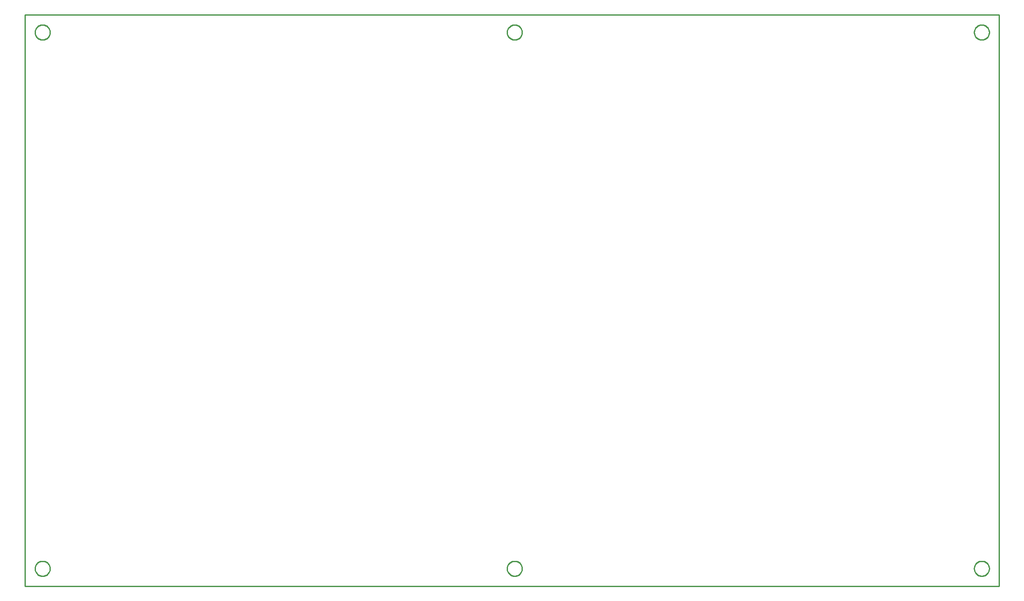
<source format=gbr>
G04 EAGLE Gerber RS-274X export*
G75*
%MOMM*%
%FSLAX34Y34*%
%LPD*%
%IN*%
%IPPOS*%
%AMOC8*
5,1,8,0,0,1.08239X$1,22.5*%
G01*
%ADD10C,0.254000*%


D10*
X0Y0D02*
X1950000Y0D01*
X1950000Y1145000D01*
X0Y1145000D01*
X0Y0D01*
X50000Y1109464D02*
X49924Y1108396D01*
X49771Y1107335D01*
X49543Y1106288D01*
X49241Y1105260D01*
X48867Y1104256D01*
X48422Y1103281D01*
X47908Y1102341D01*
X47329Y1101440D01*
X46687Y1100582D01*
X45985Y1099772D01*
X45228Y1099015D01*
X44418Y1098313D01*
X43560Y1097671D01*
X42659Y1097092D01*
X41719Y1096578D01*
X40744Y1096133D01*
X39740Y1095759D01*
X38712Y1095457D01*
X37665Y1095229D01*
X36604Y1095076D01*
X35536Y1095000D01*
X34464Y1095000D01*
X33396Y1095076D01*
X32335Y1095229D01*
X31288Y1095457D01*
X30260Y1095759D01*
X29256Y1096133D01*
X28281Y1096578D01*
X27341Y1097092D01*
X26440Y1097671D01*
X25582Y1098313D01*
X24772Y1099015D01*
X24015Y1099772D01*
X23313Y1100582D01*
X22671Y1101440D01*
X22092Y1102341D01*
X21578Y1103281D01*
X21133Y1104256D01*
X20759Y1105260D01*
X20457Y1106288D01*
X20229Y1107335D01*
X20076Y1108396D01*
X20000Y1109464D01*
X20000Y1110536D01*
X20076Y1111604D01*
X20229Y1112665D01*
X20457Y1113712D01*
X20759Y1114740D01*
X21133Y1115744D01*
X21578Y1116719D01*
X22092Y1117659D01*
X22671Y1118560D01*
X23313Y1119418D01*
X24015Y1120228D01*
X24772Y1120985D01*
X25582Y1121687D01*
X26440Y1122329D01*
X27341Y1122908D01*
X28281Y1123422D01*
X29256Y1123867D01*
X30260Y1124241D01*
X31288Y1124543D01*
X32335Y1124771D01*
X33396Y1124924D01*
X34464Y1125000D01*
X35536Y1125000D01*
X36604Y1124924D01*
X37665Y1124771D01*
X38712Y1124543D01*
X39740Y1124241D01*
X40744Y1123867D01*
X41719Y1123422D01*
X42659Y1122908D01*
X43560Y1122329D01*
X44418Y1121687D01*
X45228Y1120985D01*
X45985Y1120228D01*
X46687Y1119418D01*
X47329Y1118560D01*
X47908Y1117659D01*
X48422Y1116719D01*
X48867Y1115744D01*
X49241Y1114740D01*
X49543Y1113712D01*
X49771Y1112665D01*
X49924Y1111604D01*
X50000Y1110536D01*
X50000Y1109464D01*
X50000Y34464D02*
X49924Y33396D01*
X49771Y32335D01*
X49543Y31288D01*
X49241Y30260D01*
X48867Y29256D01*
X48422Y28281D01*
X47908Y27341D01*
X47329Y26440D01*
X46687Y25582D01*
X45985Y24772D01*
X45228Y24015D01*
X44418Y23313D01*
X43560Y22671D01*
X42659Y22092D01*
X41719Y21578D01*
X40744Y21133D01*
X39740Y20759D01*
X38712Y20457D01*
X37665Y20229D01*
X36604Y20076D01*
X35536Y20000D01*
X34464Y20000D01*
X33396Y20076D01*
X32335Y20229D01*
X31288Y20457D01*
X30260Y20759D01*
X29256Y21133D01*
X28281Y21578D01*
X27341Y22092D01*
X26440Y22671D01*
X25582Y23313D01*
X24772Y24015D01*
X24015Y24772D01*
X23313Y25582D01*
X22671Y26440D01*
X22092Y27341D01*
X21578Y28281D01*
X21133Y29256D01*
X20759Y30260D01*
X20457Y31288D01*
X20229Y32335D01*
X20076Y33396D01*
X20000Y34464D01*
X20000Y35536D01*
X20076Y36604D01*
X20229Y37665D01*
X20457Y38712D01*
X20759Y39740D01*
X21133Y40744D01*
X21578Y41719D01*
X22092Y42659D01*
X22671Y43560D01*
X23313Y44418D01*
X24015Y45228D01*
X24772Y45985D01*
X25582Y46687D01*
X26440Y47329D01*
X27341Y47908D01*
X28281Y48422D01*
X29256Y48867D01*
X30260Y49241D01*
X31288Y49543D01*
X32335Y49771D01*
X33396Y49924D01*
X34464Y50000D01*
X35536Y50000D01*
X36604Y49924D01*
X37665Y49771D01*
X38712Y49543D01*
X39740Y49241D01*
X40744Y48867D01*
X41719Y48422D01*
X42659Y47908D01*
X43560Y47329D01*
X44418Y46687D01*
X45228Y45985D01*
X45985Y45228D01*
X46687Y44418D01*
X47329Y43560D01*
X47908Y42659D01*
X48422Y41719D01*
X48867Y40744D01*
X49241Y39740D01*
X49543Y38712D01*
X49771Y37665D01*
X49924Y36604D01*
X50000Y35536D01*
X50000Y34464D01*
X1930000Y34464D02*
X1929924Y33396D01*
X1929771Y32335D01*
X1929543Y31288D01*
X1929241Y30260D01*
X1928867Y29256D01*
X1928422Y28281D01*
X1927908Y27341D01*
X1927329Y26440D01*
X1926687Y25582D01*
X1925985Y24772D01*
X1925228Y24015D01*
X1924418Y23313D01*
X1923560Y22671D01*
X1922659Y22092D01*
X1921719Y21578D01*
X1920744Y21133D01*
X1919740Y20759D01*
X1918712Y20457D01*
X1917665Y20229D01*
X1916604Y20076D01*
X1915536Y20000D01*
X1914464Y20000D01*
X1913396Y20076D01*
X1912335Y20229D01*
X1911288Y20457D01*
X1910260Y20759D01*
X1909256Y21133D01*
X1908281Y21578D01*
X1907341Y22092D01*
X1906440Y22671D01*
X1905582Y23313D01*
X1904772Y24015D01*
X1904015Y24772D01*
X1903313Y25582D01*
X1902671Y26440D01*
X1902092Y27341D01*
X1901578Y28281D01*
X1901133Y29256D01*
X1900759Y30260D01*
X1900457Y31288D01*
X1900229Y32335D01*
X1900076Y33396D01*
X1900000Y34464D01*
X1900000Y35536D01*
X1900076Y36604D01*
X1900229Y37665D01*
X1900457Y38712D01*
X1900759Y39740D01*
X1901133Y40744D01*
X1901578Y41719D01*
X1902092Y42659D01*
X1902671Y43560D01*
X1903313Y44418D01*
X1904015Y45228D01*
X1904772Y45985D01*
X1905582Y46687D01*
X1906440Y47329D01*
X1907341Y47908D01*
X1908281Y48422D01*
X1909256Y48867D01*
X1910260Y49241D01*
X1911288Y49543D01*
X1912335Y49771D01*
X1913396Y49924D01*
X1914464Y50000D01*
X1915536Y50000D01*
X1916604Y49924D01*
X1917665Y49771D01*
X1918712Y49543D01*
X1919740Y49241D01*
X1920744Y48867D01*
X1921719Y48422D01*
X1922659Y47908D01*
X1923560Y47329D01*
X1924418Y46687D01*
X1925228Y45985D01*
X1925985Y45228D01*
X1926687Y44418D01*
X1927329Y43560D01*
X1927908Y42659D01*
X1928422Y41719D01*
X1928867Y40744D01*
X1929241Y39740D01*
X1929543Y38712D01*
X1929771Y37665D01*
X1929924Y36604D01*
X1930000Y35536D01*
X1930000Y34464D01*
X1930000Y1109464D02*
X1929924Y1108396D01*
X1929771Y1107335D01*
X1929543Y1106288D01*
X1929241Y1105260D01*
X1928867Y1104256D01*
X1928422Y1103281D01*
X1927908Y1102341D01*
X1927329Y1101440D01*
X1926687Y1100582D01*
X1925985Y1099772D01*
X1925228Y1099015D01*
X1924418Y1098313D01*
X1923560Y1097671D01*
X1922659Y1097092D01*
X1921719Y1096578D01*
X1920744Y1096133D01*
X1919740Y1095759D01*
X1918712Y1095457D01*
X1917665Y1095229D01*
X1916604Y1095076D01*
X1915536Y1095000D01*
X1914464Y1095000D01*
X1913396Y1095076D01*
X1912335Y1095229D01*
X1911288Y1095457D01*
X1910260Y1095759D01*
X1909256Y1096133D01*
X1908281Y1096578D01*
X1907341Y1097092D01*
X1906440Y1097671D01*
X1905582Y1098313D01*
X1904772Y1099015D01*
X1904015Y1099772D01*
X1903313Y1100582D01*
X1902671Y1101440D01*
X1902092Y1102341D01*
X1901578Y1103281D01*
X1901133Y1104256D01*
X1900759Y1105260D01*
X1900457Y1106288D01*
X1900229Y1107335D01*
X1900076Y1108396D01*
X1900000Y1109464D01*
X1900000Y1110536D01*
X1900076Y1111604D01*
X1900229Y1112665D01*
X1900457Y1113712D01*
X1900759Y1114740D01*
X1901133Y1115744D01*
X1901578Y1116719D01*
X1902092Y1117659D01*
X1902671Y1118560D01*
X1903313Y1119418D01*
X1904015Y1120228D01*
X1904772Y1120985D01*
X1905582Y1121687D01*
X1906440Y1122329D01*
X1907341Y1122908D01*
X1908281Y1123422D01*
X1909256Y1123867D01*
X1910260Y1124241D01*
X1911288Y1124543D01*
X1912335Y1124771D01*
X1913396Y1124924D01*
X1914464Y1125000D01*
X1915536Y1125000D01*
X1916604Y1124924D01*
X1917665Y1124771D01*
X1918712Y1124543D01*
X1919740Y1124241D01*
X1920744Y1123867D01*
X1921719Y1123422D01*
X1922659Y1122908D01*
X1923560Y1122329D01*
X1924418Y1121687D01*
X1925228Y1120985D01*
X1925985Y1120228D01*
X1926687Y1119418D01*
X1927329Y1118560D01*
X1927908Y1117659D01*
X1928422Y1116719D01*
X1928867Y1115744D01*
X1929241Y1114740D01*
X1929543Y1113712D01*
X1929771Y1112665D01*
X1929924Y1111604D01*
X1930000Y1110536D01*
X1930000Y1109464D01*
X995000Y1109464D02*
X994924Y1108396D01*
X994771Y1107335D01*
X994543Y1106288D01*
X994241Y1105260D01*
X993867Y1104256D01*
X993422Y1103281D01*
X992908Y1102341D01*
X992329Y1101440D01*
X991687Y1100582D01*
X990985Y1099772D01*
X990228Y1099015D01*
X989418Y1098313D01*
X988560Y1097671D01*
X987659Y1097092D01*
X986719Y1096578D01*
X985744Y1096133D01*
X984740Y1095759D01*
X983712Y1095457D01*
X982665Y1095229D01*
X981604Y1095076D01*
X980536Y1095000D01*
X979464Y1095000D01*
X978396Y1095076D01*
X977335Y1095229D01*
X976288Y1095457D01*
X975260Y1095759D01*
X974256Y1096133D01*
X973281Y1096578D01*
X972341Y1097092D01*
X971440Y1097671D01*
X970582Y1098313D01*
X969772Y1099015D01*
X969015Y1099772D01*
X968313Y1100582D01*
X967671Y1101440D01*
X967092Y1102341D01*
X966578Y1103281D01*
X966133Y1104256D01*
X965759Y1105260D01*
X965457Y1106288D01*
X965229Y1107335D01*
X965076Y1108396D01*
X965000Y1109464D01*
X965000Y1110536D01*
X965076Y1111604D01*
X965229Y1112665D01*
X965457Y1113712D01*
X965759Y1114740D01*
X966133Y1115744D01*
X966578Y1116719D01*
X967092Y1117659D01*
X967671Y1118560D01*
X968313Y1119418D01*
X969015Y1120228D01*
X969772Y1120985D01*
X970582Y1121687D01*
X971440Y1122329D01*
X972341Y1122908D01*
X973281Y1123422D01*
X974256Y1123867D01*
X975260Y1124241D01*
X976288Y1124543D01*
X977335Y1124771D01*
X978396Y1124924D01*
X979464Y1125000D01*
X980536Y1125000D01*
X981604Y1124924D01*
X982665Y1124771D01*
X983712Y1124543D01*
X984740Y1124241D01*
X985744Y1123867D01*
X986719Y1123422D01*
X987659Y1122908D01*
X988560Y1122329D01*
X989418Y1121687D01*
X990228Y1120985D01*
X990985Y1120228D01*
X991687Y1119418D01*
X992329Y1118560D01*
X992908Y1117659D01*
X993422Y1116719D01*
X993867Y1115744D01*
X994241Y1114740D01*
X994543Y1113712D01*
X994771Y1112665D01*
X994924Y1111604D01*
X995000Y1110536D01*
X995000Y1109464D01*
X995000Y34464D02*
X994924Y33396D01*
X994771Y32335D01*
X994543Y31288D01*
X994241Y30260D01*
X993867Y29256D01*
X993422Y28281D01*
X992908Y27341D01*
X992329Y26440D01*
X991687Y25582D01*
X990985Y24772D01*
X990228Y24015D01*
X989418Y23313D01*
X988560Y22671D01*
X987659Y22092D01*
X986719Y21578D01*
X985744Y21133D01*
X984740Y20759D01*
X983712Y20457D01*
X982665Y20229D01*
X981604Y20076D01*
X980536Y20000D01*
X979464Y20000D01*
X978396Y20076D01*
X977335Y20229D01*
X976288Y20457D01*
X975260Y20759D01*
X974256Y21133D01*
X973281Y21578D01*
X972341Y22092D01*
X971440Y22671D01*
X970582Y23313D01*
X969772Y24015D01*
X969015Y24772D01*
X968313Y25582D01*
X967671Y26440D01*
X967092Y27341D01*
X966578Y28281D01*
X966133Y29256D01*
X965759Y30260D01*
X965457Y31288D01*
X965229Y32335D01*
X965076Y33396D01*
X965000Y34464D01*
X965000Y35536D01*
X965076Y36604D01*
X965229Y37665D01*
X965457Y38712D01*
X965759Y39740D01*
X966133Y40744D01*
X966578Y41719D01*
X967092Y42659D01*
X967671Y43560D01*
X968313Y44418D01*
X969015Y45228D01*
X969772Y45985D01*
X970582Y46687D01*
X971440Y47329D01*
X972341Y47908D01*
X973281Y48422D01*
X974256Y48867D01*
X975260Y49241D01*
X976288Y49543D01*
X977335Y49771D01*
X978396Y49924D01*
X979464Y50000D01*
X980536Y50000D01*
X981604Y49924D01*
X982665Y49771D01*
X983712Y49543D01*
X984740Y49241D01*
X985744Y48867D01*
X986719Y48422D01*
X987659Y47908D01*
X988560Y47329D01*
X989418Y46687D01*
X990228Y45985D01*
X990985Y45228D01*
X991687Y44418D01*
X992329Y43560D01*
X992908Y42659D01*
X993422Y41719D01*
X993867Y40744D01*
X994241Y39740D01*
X994543Y38712D01*
X994771Y37665D01*
X994924Y36604D01*
X995000Y35536D01*
X995000Y34464D01*
M02*

</source>
